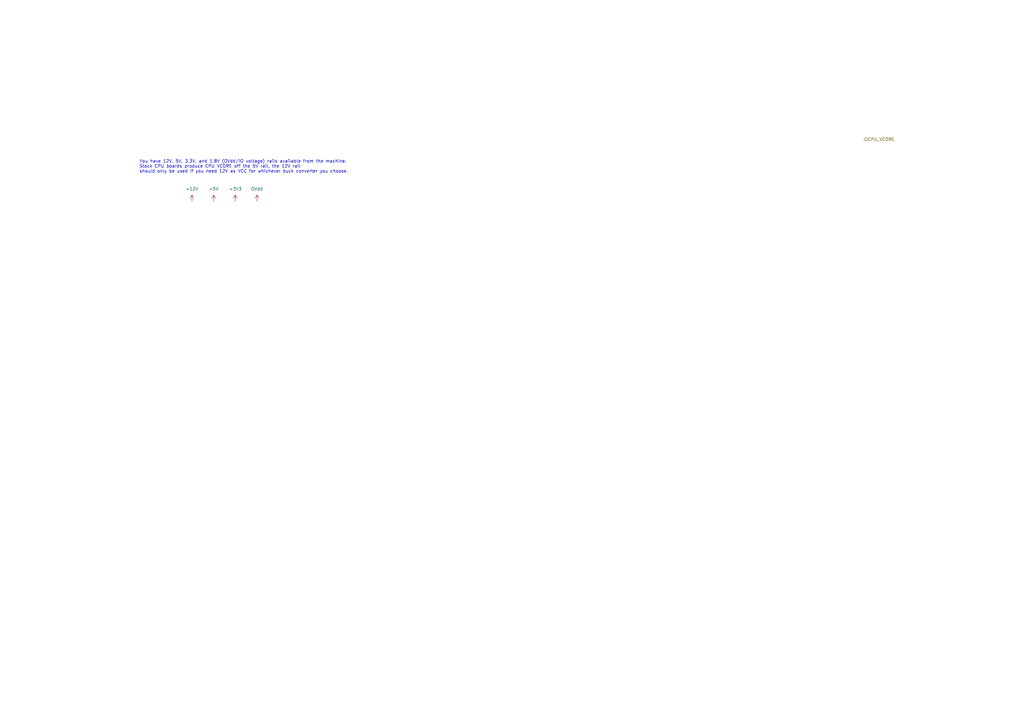
<source format=kicad_sch>
(kicad_sch (version 20211123) (generator eeschema)
  (paper "A3")
  (lib_symbols
    (symbol "cust:OVdd" (power) (pin_names (offset 0))
      (property "Value" "OVdd" (at 0 3.81 0))
      (symbol "OVdd_0_1"
        (polyline (pts (xy -0.762 1.27) (xy 0 2.54)))
        (polyline (pts (xy 0 0) (xy 0 2.54)))
        (polyline (pts (xy 0 2.54) (xy 0.762 1.27)))
      )
      (symbol "OVdd_1_1"
        (pin power_in line (at 0 0 90) (length 0) hide (name "OVdd") (number "1"))
      )
    )
    (symbol "power:+12V" (power) (pin_names (offset 0))
      (property "Value" "+12V" (at 0 3.556 0))
      (symbol "+12V_0_1"
        (polyline (pts (xy -0.762 1.27) (xy 0 2.54)))
        (polyline (pts (xy 0 0) (xy 0 2.54)))
        (polyline (pts (xy 0 2.54) (xy 0.762 1.27)))
      )
      (symbol "+12V_1_1"
        (pin power_in line (at 0 0 90) (length 0) hide (name "+12V") (number "1"))
      )
    )
    (symbol "power:+3V3" (power) (pin_names (offset 0))
      (property "Value" "+3V3" (at 0 3.556 0))
      (symbol "+3V3_0_1"
        (polyline (pts (xy -0.762 1.27) (xy 0 2.54)))
        (polyline (pts (xy 0 0) (xy 0 2.54)))
        (polyline (pts (xy 0 2.54) (xy 0.762 1.27)))
      )
      (symbol "+3V3_1_1"
        (pin power_in line (at 0 0 90) (length 0) hide (name "+3V3") (number "1"))
      )
    )
    (symbol "power:+5V" (power) (pin_names (offset 0))
      (property "Value" "+5V" (at 0 3.556 0))
      (symbol "+5V_0_1"
        (polyline (pts (xy -0.762 1.27) (xy 0 2.54)))
        (polyline (pts (xy 0 0) (xy 0 2.54)))
        (polyline (pts (xy 0 2.54) (xy 0.762 1.27)))
      )
      (symbol "+5V_1_1"
        (pin power_in line (at 0 0 90) (length 0) hide (name "+5V") (number "1"))
      )
    )
  )
  (text "You have 12V, 5V, 3.3V, and 1.8V (OVdd/IO voltage) rails available from the machine.\nStock CPU boards produce CPU VCORE off the 5V rail, the 12V rail \nshould only be used if you need 12V as VCC for whichever buck converter you choose." (at 57.15 71.12 0) (effects (font (size 1.27 1.27)) (justify left bottom)))
  (hierarchical_label "CPU_VCORE" (shape input) (at 354.33 57.15 0))
  (symbol (lib_id "cust:OVdd") (at 105.41 82.55 0) (unit 1)
    (property "Reference" "#PWR?" (effects hide))
    (property "Value" "OVdd" (at 105.41 77.47 0))
  )
  (symbol (lib_id "power:+5V") (at 87.63 82.55 0) (unit 1)
    (property "Reference" "#PWR?" (effects hide))
    (property "Value" "+5V" (at 87.63 77.47 0))
  )
  (symbol (lib_id "power:+12V") (at 78.74 82.55 0) (unit 1)
    (property "Reference" "#PWR?" (effects hide))
    (property "Value" "+12V" (at 78.74 77.47 0))
  )
  (symbol (lib_id "power:+3V3") (at 96.52 82.55 0) (unit 1)
    (property "Reference" "#PWR?" (effects hide))
    (property "Value" "+3V3" (at 96.52 77.47 0))
  )
)
</source>
